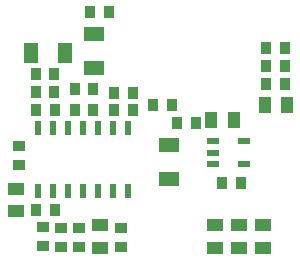
<source format=gbp>
G04*
G04 #@! TF.GenerationSoftware,Altium Limited,Altium Designer,23.11.1 (41)*
G04*
G04 Layer_Color=128*
%FSLAX25Y25*%
%MOIN*%
G70*
G04*
G04 #@! TF.SameCoordinates,8D3607F6-0EDD-4B5D-BFDE-71B222FAF683*
G04*
G04*
G04 #@! TF.FilePolarity,Positive*
G04*
G01*
G75*
%ADD22R,0.03937X0.05709*%
%ADD23R,0.03740X0.03937*%
%ADD34R,0.03937X0.03740*%
%ADD47R,0.05709X0.03937*%
%ADD133R,0.06693X0.04528*%
%ADD134R,0.02284X0.04646*%
%ADD135R,0.04331X0.02362*%
%ADD136R,0.04528X0.07087*%
%ADD137R,0.07087X0.04528*%
D22*
X350719Y66718D02*
D03*
X358200D02*
D03*
X340479Y61718D02*
D03*
X332999D02*
D03*
D23*
X274352Y71025D02*
D03*
X280651D02*
D03*
X274440Y31718D02*
D03*
X280739D02*
D03*
X280651Y77025D02*
D03*
X274352D02*
D03*
X287352Y65025D02*
D03*
X293652D02*
D03*
X292440Y97718D02*
D03*
X298739D02*
D03*
X300502Y65025D02*
D03*
X306801D02*
D03*
X357609Y85718D02*
D03*
X351310D02*
D03*
Y73718D02*
D03*
X357609D02*
D03*
Y79718D02*
D03*
X351310D02*
D03*
X321440Y60718D02*
D03*
X327739D02*
D03*
X274502Y65025D02*
D03*
X280801D02*
D03*
X287352Y72025D02*
D03*
X293652D02*
D03*
X313440Y66718D02*
D03*
X319739D02*
D03*
X300589Y70718D02*
D03*
X306889D02*
D03*
X342889Y40718D02*
D03*
X336590D02*
D03*
D34*
X282739Y25718D02*
D03*
Y19418D02*
D03*
X288739Y25718D02*
D03*
Y19418D02*
D03*
X302739Y25718D02*
D03*
Y19418D02*
D03*
X276739Y25867D02*
D03*
Y19568D02*
D03*
X268739Y46718D02*
D03*
Y53017D02*
D03*
D47*
X267739Y38718D02*
D03*
Y31237D02*
D03*
X350000Y19000D02*
D03*
Y26480D02*
D03*
X342000Y19000D02*
D03*
Y26480D02*
D03*
X334000Y19000D02*
D03*
Y26480D02*
D03*
X295739Y18977D02*
D03*
Y26458D02*
D03*
D133*
X318739Y42009D02*
D03*
Y53426D02*
D03*
D134*
X275000Y59000D02*
D03*
X280000D02*
D03*
X285000D02*
D03*
X290000D02*
D03*
X295000D02*
D03*
X300000D02*
D03*
X305000D02*
D03*
Y38055D02*
D03*
X300000D02*
D03*
X295000D02*
D03*
X290000D02*
D03*
X285000D02*
D03*
X280000D02*
D03*
X275000D02*
D03*
D135*
X343857Y54458D02*
D03*
Y46977D02*
D03*
X333621Y54458D02*
D03*
Y50718D02*
D03*
Y46977D02*
D03*
D136*
X272793Y84025D02*
D03*
X284211D02*
D03*
D137*
X293739Y79009D02*
D03*
Y90426D02*
D03*
M02*

</source>
